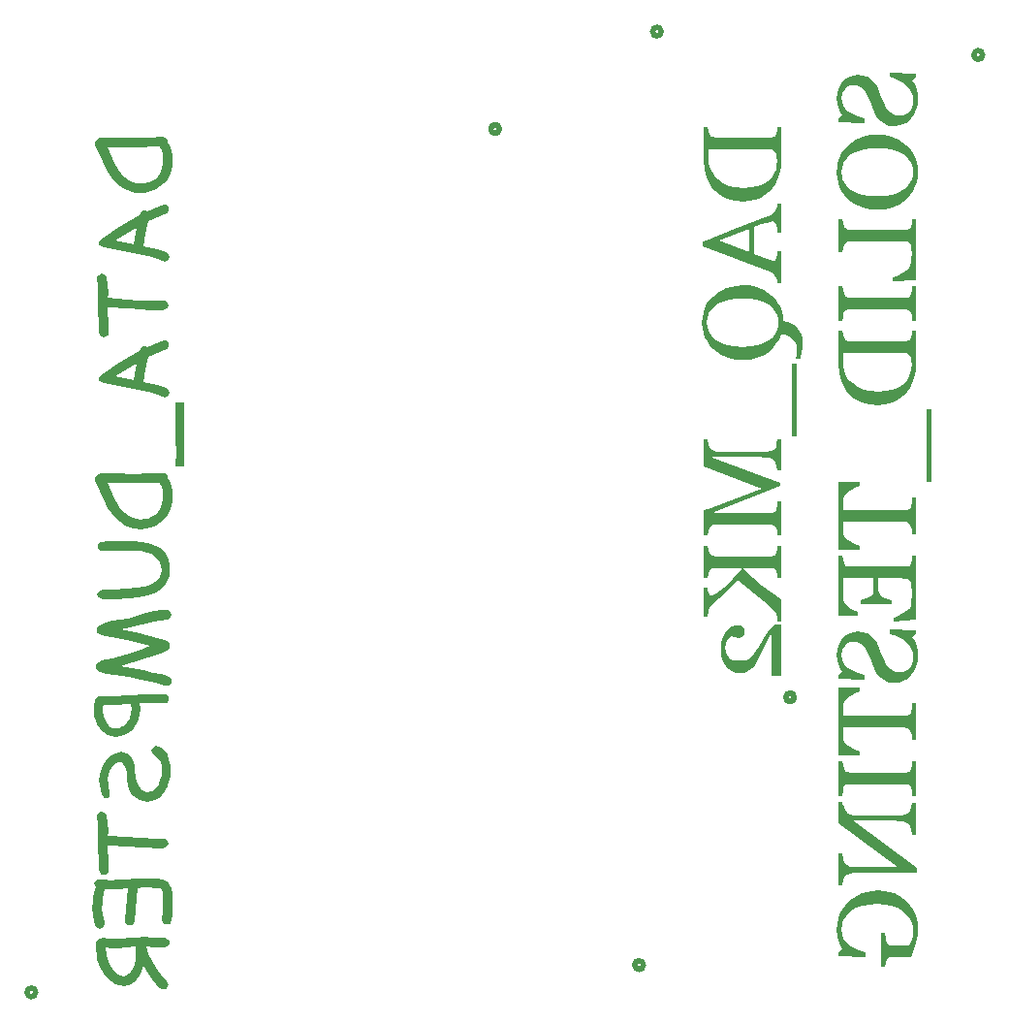
<source format=gbr>
%TF.GenerationSoftware,KiCad,Pcbnew,9.0.6*%
%TF.CreationDate,2025-12-01T19:54:23-06:00*%
%TF.ProjectId,DAQ,4441512e-6b69-4636-9164-5f7063625858,rev?*%
%TF.SameCoordinates,Original*%
%TF.FileFunction,Legend,Bot*%
%TF.FilePolarity,Positive*%
%FSLAX46Y46*%
G04 Gerber Fmt 4.6, Leading zero omitted, Abs format (unit mm)*
G04 Created by KiCad (PCBNEW 9.0.6) date 2025-12-01 19:54:23*
%MOMM*%
%LPD*%
G01*
G04 APERTURE LIST*
%ADD10C,0.500000*%
%ADD11C,0.508000*%
G04 APERTURE END LIST*
D10*
G36*
X95762001Y-111612024D02*
G01*
X95711557Y-112300808D01*
X95561111Y-112965251D01*
X95403277Y-113390213D01*
X95201202Y-113782816D01*
X94954167Y-114146227D01*
X94661188Y-114468744D01*
X94315664Y-114750417D01*
X93912105Y-114992528D01*
X93476847Y-115168857D01*
X92980083Y-115279137D01*
X92410561Y-115317799D01*
X91796589Y-115277433D01*
X91260383Y-115162307D01*
X90790193Y-114978423D01*
X90356530Y-114720734D01*
X89987160Y-114409242D01*
X89675896Y-114041080D01*
X89392835Y-113571545D01*
X89166833Y-113007994D01*
X89024955Y-112409157D01*
X88977911Y-111803083D01*
X88977911Y-111554749D01*
X89371997Y-111554749D01*
X89397873Y-111941764D01*
X89473256Y-112296304D01*
X89596395Y-112623311D01*
X89765938Y-112928988D01*
X89970763Y-113198022D01*
X90212315Y-113433709D01*
X90653534Y-113738610D01*
X91174021Y-113964571D01*
X91745676Y-114098948D01*
X92407997Y-114146227D01*
X93078265Y-114109968D01*
X93627868Y-114009878D01*
X94128679Y-113831444D01*
X94556235Y-113577324D01*
X94790869Y-113371719D01*
X94989376Y-113127665D01*
X95153347Y-112840871D01*
X95269679Y-112531025D01*
X95342445Y-112179501D01*
X95367915Y-111779147D01*
X95345409Y-111429957D01*
X95286486Y-111177859D01*
X95200791Y-110999951D01*
X95069105Y-110865495D01*
X94876284Y-110779023D01*
X94599405Y-110746488D01*
X89391231Y-110746488D01*
X89379263Y-111112364D01*
X89371997Y-111554749D01*
X88977911Y-111554749D01*
X88977911Y-108838463D01*
X89317287Y-108838463D01*
X89360457Y-109135096D01*
X89465603Y-109455237D01*
X89558601Y-109594549D01*
X89671194Y-109672797D01*
X89805972Y-109713646D01*
X89962698Y-109727935D01*
X94858424Y-109727935D01*
X95022209Y-109710875D01*
X95152492Y-109663393D01*
X95257962Y-109580762D01*
X95336713Y-109455237D01*
X95396552Y-109161169D01*
X95422625Y-108800422D01*
X95762001Y-108800422D01*
X95762001Y-111612024D01*
G37*
G36*
X95762001Y-118046052D02*
G01*
X95422625Y-118046052D01*
X95380359Y-117680453D01*
X95297390Y-117367301D01*
X95206768Y-117185151D01*
X95108410Y-117094150D01*
X94998619Y-117065967D01*
X94786617Y-117089903D01*
X94448951Y-117175815D01*
X93986477Y-117326696D01*
X93398340Y-117544255D01*
X93398340Y-119920738D01*
X94931086Y-120484939D01*
X95042217Y-120513577D01*
X95147791Y-120523407D01*
X95233611Y-120476849D01*
X95326454Y-120276783D01*
X95384202Y-120014214D01*
X95422625Y-119657872D01*
X95762001Y-119657872D01*
X95762001Y-122483578D01*
X95422625Y-122483578D01*
X95372616Y-122187373D01*
X95259776Y-121900571D01*
X95143989Y-121750815D01*
X95034523Y-121646680D01*
X94907775Y-121564119D01*
X94732761Y-121484259D01*
X88868490Y-119222753D01*
X88868490Y-118840208D01*
X89177545Y-118720529D01*
X90344389Y-118720529D01*
X92971770Y-119748486D01*
X92971770Y-117711378D01*
X90344389Y-118720529D01*
X89177545Y-118720529D01*
X91709584Y-117740016D01*
X94584017Y-116611614D01*
X94817071Y-116504266D01*
X94974684Y-116406023D01*
X95108344Y-116284533D01*
X95245244Y-116109817D01*
X95311949Y-115979379D01*
X95367915Y-115803353D01*
X95422625Y-115492615D01*
X95762001Y-115492615D01*
X95762001Y-118046052D01*
G37*
G36*
X92882042Y-122670424D02*
G01*
X93345864Y-122749217D01*
X93777894Y-122877664D01*
X94190826Y-123057101D01*
X94560753Y-123275439D01*
X94891763Y-123532907D01*
X95181862Y-123827970D01*
X95427920Y-124159917D01*
X95631636Y-124532226D01*
X95783520Y-124928792D01*
X95881954Y-125349794D01*
X95926132Y-125799541D01*
X96357207Y-125880243D01*
X96692077Y-126012399D01*
X96979864Y-126200648D01*
X97207124Y-126425719D01*
X97382791Y-126688991D01*
X97502475Y-126980517D01*
X97571702Y-127290079D01*
X97594799Y-127607122D01*
X97574825Y-128149451D01*
X97525129Y-128503432D01*
X97393909Y-129041560D01*
X97016493Y-129041560D01*
X97066502Y-128702184D01*
X97093002Y-128104217D01*
X97050655Y-127837463D01*
X96919071Y-127575914D01*
X96680109Y-127310489D01*
X96388730Y-127102415D01*
X96080913Y-126978480D01*
X95748750Y-126932645D01*
X95537785Y-127408562D01*
X95264905Y-127831520D01*
X94932096Y-128205894D01*
X94546831Y-128525230D01*
X94091463Y-128794335D01*
X93569738Y-128998390D01*
X93008150Y-129122846D01*
X92381924Y-129165941D01*
X91850062Y-129136529D01*
X91362666Y-129051088D01*
X90914146Y-128912478D01*
X90487113Y-128718338D01*
X90111119Y-128484019D01*
X89781043Y-128209363D01*
X89498278Y-127902082D01*
X89261012Y-127558913D01*
X89067670Y-127176277D01*
X88927142Y-126771336D01*
X88842415Y-126348800D01*
X88813780Y-125904688D01*
X89240350Y-125904688D01*
X89266692Y-126239643D01*
X89343047Y-126540426D01*
X89467740Y-126812966D01*
X89637616Y-127061076D01*
X89847527Y-127280428D01*
X90101184Y-127472910D01*
X90542528Y-127699149D01*
X91095802Y-127872125D01*
X91695111Y-127973037D01*
X92377222Y-128008474D01*
X93038626Y-127976531D01*
X93606069Y-127886658D01*
X94132935Y-127725980D01*
X94590856Y-127496846D01*
X94859270Y-127305455D01*
X95081137Y-127083064D01*
X95260631Y-126827498D01*
X95392357Y-126545036D01*
X95472236Y-126239248D01*
X95499562Y-125904688D01*
X95471554Y-125547888D01*
X95391540Y-125238140D01*
X95262768Y-124967345D01*
X95086507Y-124723272D01*
X94868781Y-124507097D01*
X94605388Y-124317232D01*
X94150876Y-124087895D01*
X93620601Y-123924855D01*
X93047793Y-123833135D01*
X92377222Y-123800475D01*
X91764205Y-123830303D01*
X91191118Y-123917589D01*
X90651946Y-124069436D01*
X90206331Y-124274062D01*
X89929941Y-124461729D01*
X89696998Y-124679440D01*
X89503644Y-124928877D01*
X89360526Y-125207680D01*
X89271573Y-125529764D01*
X89240350Y-125904688D01*
X88813780Y-125904688D01*
X88841616Y-125475995D01*
X88924516Y-125061860D01*
X89062969Y-124658744D01*
X89253367Y-124278153D01*
X89491942Y-123930952D01*
X89781043Y-123614117D01*
X90113673Y-123335238D01*
X90486715Y-123097935D01*
X90904316Y-122901600D01*
X91344015Y-122761320D01*
X91834066Y-122673864D01*
X92381924Y-122643435D01*
X92882042Y-122670424D01*
G37*
G36*
X97113518Y-135872666D02*
G01*
X97113518Y-129527115D01*
X96637367Y-129527115D01*
X96637367Y-135872666D01*
X97113518Y-135872666D01*
G37*
G36*
X95762001Y-144485707D02*
G01*
X95762001Y-141487321D01*
X95422625Y-141487321D01*
X95389286Y-141905770D01*
X95350067Y-142140689D01*
X95308075Y-142257113D01*
X95207663Y-142389076D01*
X95100774Y-142474672D01*
X94973599Y-142525741D01*
X94806706Y-142544342D01*
X89880633Y-142544342D01*
X89880633Y-142472535D01*
X95652580Y-140158029D01*
X95652580Y-139919098D01*
X89743857Y-137714440D01*
X89743857Y-137652464D01*
X93799265Y-137652464D01*
X94352991Y-137674026D01*
X94694720Y-137726408D01*
X94970723Y-137827085D01*
X95135395Y-137953798D01*
X95222675Y-138091359D01*
X95326882Y-138388917D01*
X95422625Y-138818906D01*
X95762001Y-138818906D01*
X95762001Y-136079112D01*
X95422625Y-136079112D01*
X95350818Y-136530900D01*
X95281178Y-136749728D01*
X95193098Y-136896776D01*
X95030877Y-137033703D01*
X94781915Y-137126303D01*
X94457985Y-137169737D01*
X93854403Y-137188707D01*
X90383285Y-137188707D01*
X90097287Y-137168866D01*
X89891318Y-137116900D01*
X89715270Y-137027930D01*
X89580153Y-136911309D01*
X89469402Y-136749163D01*
X89389094Y-136547570D01*
X89317287Y-136122282D01*
X88977911Y-136122282D01*
X88977911Y-138436361D01*
X94064696Y-140378153D01*
X89809680Y-142037416D01*
X89319851Y-142192572D01*
X88977911Y-142261815D01*
X88977911Y-144475876D01*
X89317287Y-144475876D01*
X89360457Y-144133936D01*
X89431837Y-143830464D01*
X89510675Y-143691814D01*
X89623323Y-143610340D01*
X89761658Y-143567667D01*
X89914827Y-143553065D01*
X94805851Y-143553065D01*
X94964996Y-143568388D01*
X95087951Y-143610340D01*
X95190701Y-143689095D01*
X95288841Y-143830464D01*
X95377318Y-144136501D01*
X95422625Y-144485707D01*
X95762001Y-144485707D01*
G37*
G36*
X95762001Y-151984878D02*
G01*
X95762001Y-150081555D01*
X94922386Y-149505540D01*
X94076236Y-148859547D01*
X93251918Y-148172165D01*
X92452021Y-147451609D01*
X92452021Y-147327228D01*
X94807561Y-147327228D01*
X94958842Y-147342687D01*
X95088806Y-147387068D01*
X95197766Y-147468013D01*
X95289268Y-147604627D01*
X95370479Y-147888864D01*
X95422625Y-148235934D01*
X95762001Y-148235934D01*
X95762001Y-145419203D01*
X95422625Y-145419203D01*
X95393988Y-145739344D01*
X95336713Y-146035977D01*
X95257962Y-146161502D01*
X95152492Y-146244133D01*
X95022209Y-146291615D01*
X94858424Y-146308674D01*
X89962698Y-146308674D01*
X89807241Y-146294151D01*
X89680598Y-146253536D01*
X89575736Y-146176190D01*
X89484410Y-146035977D01*
X89374562Y-145729941D01*
X89317287Y-145419203D01*
X88977911Y-145419203D01*
X88977911Y-148235934D01*
X89317287Y-148235934D01*
X89360457Y-147900832D01*
X89432264Y-147604627D01*
X89510892Y-147465760D01*
X89623750Y-147384503D01*
X89762141Y-147341840D01*
X89915682Y-147327228D01*
X92260535Y-147327228D01*
X92260535Y-147422971D01*
X91502283Y-148269273D01*
X91102769Y-148671033D01*
X90714539Y-149024960D01*
X90018691Y-149576766D01*
X89758986Y-149712897D01*
X89556645Y-149751583D01*
X89494157Y-149731442D01*
X89439530Y-149663106D01*
X89365158Y-149460079D01*
X89329255Y-149220721D01*
X89317287Y-149048468D01*
X88977911Y-149048468D01*
X88977911Y-151592502D01*
X89317287Y-151592502D01*
X89322416Y-151530525D01*
X89331819Y-151420250D01*
X89351053Y-151286466D01*
X89384392Y-151114213D01*
X89506636Y-150767572D01*
X89602572Y-150601682D01*
X89714792Y-150473503D01*
X90873114Y-149445546D01*
X91452527Y-148904802D01*
X91963902Y-148383823D01*
X93377824Y-149586596D01*
X94643857Y-150597884D01*
X94882956Y-150810154D01*
X95057177Y-151009067D01*
X95288841Y-151362975D01*
X95384584Y-151673713D01*
X95422625Y-151984878D01*
X95762001Y-151984878D01*
G37*
G36*
X95762001Y-156742546D02*
G01*
X95762001Y-152262277D01*
X95106331Y-152262277D01*
X94772939Y-152620886D01*
X94372014Y-153165853D01*
X94089059Y-153624908D01*
X93752676Y-154232279D01*
X93397913Y-154813149D01*
X93228321Y-155005337D01*
X93018360Y-155183727D01*
X92856465Y-155280496D01*
X92646500Y-155360681D01*
X92399491Y-155408403D01*
X92010491Y-155427786D01*
X91624032Y-155387182D01*
X91338904Y-155277571D01*
X91129996Y-155107218D01*
X90976913Y-154879467D01*
X90882475Y-154609138D01*
X90849178Y-154284852D01*
X90879613Y-153981504D01*
X90970139Y-153696715D01*
X91117944Y-153449532D01*
X91304813Y-153280831D01*
X91665559Y-153364178D01*
X92073750Y-153414615D01*
X92241300Y-153378190D01*
X92394319Y-153263734D01*
X92495666Y-153087514D01*
X92534087Y-152816647D01*
X92491571Y-152601890D01*
X92369956Y-152448634D01*
X92185754Y-152354199D01*
X91929708Y-152319552D01*
X91676844Y-152354096D01*
X91413806Y-152462739D01*
X91169109Y-152633507D01*
X90935518Y-152874349D01*
X90745824Y-153160588D01*
X90588449Y-153524463D01*
X90489197Y-153922535D01*
X90455092Y-154361361D01*
X90486263Y-154854796D01*
X90573718Y-155270804D01*
X90710821Y-155621679D01*
X90894485Y-155917615D01*
X91135236Y-156172262D01*
X91406196Y-156349578D01*
X91713535Y-156457008D01*
X92067339Y-156494212D01*
X92407603Y-156467584D01*
X92705912Y-156391202D01*
X92975582Y-156257743D01*
X93214548Y-156059093D01*
X93439620Y-155787015D01*
X93634279Y-155465827D01*
X94121543Y-154428467D01*
X94512637Y-153653545D01*
X94721895Y-153314822D01*
X94908433Y-153065408D01*
X94908433Y-156742546D01*
X95762001Y-156742546D01*
G37*
G36*
X104422315Y-108322989D02*
G01*
X104675795Y-108511051D01*
X104948047Y-108640565D01*
X105247542Y-108716338D01*
X105612693Y-108743575D01*
X106050207Y-108700780D01*
X106437601Y-108576611D01*
X106785383Y-108371654D01*
X107100559Y-108078929D01*
X107354100Y-107731074D01*
X107535748Y-107345400D01*
X107647429Y-106914691D01*
X107686132Y-106429496D01*
X107651259Y-105977665D01*
X107545081Y-105520790D01*
X107384442Y-105086963D01*
X107203141Y-104736466D01*
X107522001Y-104530874D01*
X107522001Y-104148329D01*
X105224164Y-104081651D01*
X105224164Y-104468898D01*
X105640374Y-104601483D01*
X105999085Y-104748434D01*
X106331304Y-104933175D01*
X106644497Y-105171584D01*
X106897480Y-105441529D01*
X107092866Y-105752455D01*
X107216123Y-106103735D01*
X107259562Y-106524812D01*
X107236654Y-106842516D01*
X107173222Y-107100981D01*
X107066204Y-107328453D01*
X106928307Y-107500623D01*
X106756886Y-107633495D01*
X106556447Y-107727586D01*
X106333065Y-107782373D01*
X106064481Y-107801958D01*
X105799326Y-107776565D01*
X105547331Y-107700780D01*
X105304092Y-107572430D01*
X105091996Y-107398854D01*
X104913764Y-107173738D01*
X104768529Y-106888550D01*
X104492840Y-106176033D01*
X104206892Y-105482750D01*
X104009618Y-105118035D01*
X103783360Y-104823770D01*
X103528141Y-104590714D01*
X103232573Y-104419580D01*
X102872326Y-104311427D01*
X102431369Y-104272710D01*
X102053589Y-104312592D01*
X101706456Y-104430429D01*
X101390560Y-104620339D01*
X101106352Y-104880080D01*
X100885946Y-105179379D01*
X100715685Y-105534896D01*
X100609425Y-105920246D01*
X100573780Y-106324349D01*
X100611175Y-106776952D01*
X100717395Y-107163385D01*
X100874652Y-107521855D01*
X101052069Y-107839998D01*
X100737911Y-108036187D01*
X100737911Y-108418732D01*
X102981037Y-108456773D01*
X102981037Y-108069526D01*
X102243302Y-107832732D01*
X101905195Y-107680426D01*
X101605156Y-107490792D01*
X101356626Y-107261972D01*
X101164909Y-106988568D01*
X101044033Y-106669841D01*
X101000350Y-106261945D01*
X101033720Y-105970413D01*
X101130824Y-105714954D01*
X101293136Y-105487024D01*
X101505211Y-105307589D01*
X101740625Y-105202582D01*
X102008218Y-105166883D01*
X102296241Y-105191595D01*
X102537337Y-105261292D01*
X102740397Y-105372474D01*
X102998801Y-105617215D01*
X103217831Y-105970442D01*
X103508052Y-106656459D01*
X103769637Y-107309137D01*
X104053019Y-107861370D01*
X104225976Y-108111436D01*
X104422315Y-108322989D01*
G37*
G36*
X104636445Y-109534115D02*
G01*
X105107874Y-109616585D01*
X105555418Y-109752298D01*
X105982771Y-109940916D01*
X106356332Y-110166556D01*
X106681683Y-110428912D01*
X106973605Y-110733898D01*
X107219366Y-111076187D01*
X107420701Y-111459433D01*
X107566889Y-111866907D01*
X107655814Y-112301219D01*
X107686132Y-112767354D01*
X107658053Y-113205318D01*
X107575013Y-113621606D01*
X107437370Y-114020136D01*
X107247898Y-114396768D01*
X107012644Y-114740149D01*
X106729555Y-115053222D01*
X106402532Y-115333834D01*
X106029527Y-115572784D01*
X105605427Y-115770442D01*
X105158618Y-115911515D01*
X104671197Y-115998588D01*
X104137222Y-116028606D01*
X103606223Y-115999205D01*
X103119387Y-115913774D01*
X102671154Y-115775143D01*
X102244710Y-115581009D01*
X101869285Y-115346693D01*
X101539760Y-115072029D01*
X101257289Y-114764760D01*
X101020306Y-114421593D01*
X100827243Y-114038943D01*
X100686957Y-113634021D01*
X100602369Y-113211482D01*
X100573780Y-112767354D01*
X101000350Y-112767354D01*
X101026692Y-113102309D01*
X101103047Y-113403092D01*
X101227740Y-113675632D01*
X101397616Y-113923742D01*
X101607527Y-114143094D01*
X101861184Y-114335576D01*
X102302528Y-114561815D01*
X102855802Y-114734791D01*
X103455111Y-114835703D01*
X104137222Y-114871139D01*
X104798626Y-114839197D01*
X105366069Y-114749323D01*
X105892935Y-114588646D01*
X106350856Y-114359512D01*
X106619270Y-114168121D01*
X106841137Y-113945730D01*
X107020631Y-113690164D01*
X107152357Y-113407702D01*
X107232236Y-113101914D01*
X107259562Y-112767354D01*
X107231554Y-112410554D01*
X107151540Y-112100806D01*
X107022768Y-111830011D01*
X106846507Y-111585938D01*
X106628781Y-111369763D01*
X106365388Y-111179897D01*
X105910876Y-110950561D01*
X105380601Y-110787521D01*
X104807793Y-110695801D01*
X104137222Y-110663140D01*
X103524205Y-110692969D01*
X102951118Y-110780255D01*
X102411946Y-110932102D01*
X101966331Y-111136727D01*
X101689941Y-111324395D01*
X101456998Y-111542105D01*
X101263644Y-111791542D01*
X101120526Y-112070345D01*
X101031573Y-112392430D01*
X101000350Y-112767354D01*
X100573780Y-112767354D01*
X100601570Y-112338646D01*
X100684331Y-111924507D01*
X100822541Y-111521410D01*
X101012876Y-111140766D01*
X101251178Y-110793565D01*
X101539760Y-110476783D01*
X101871852Y-110197918D01*
X102244461Y-109960615D01*
X102661751Y-109764266D01*
X103100887Y-109623977D01*
X103590230Y-109536526D01*
X104137222Y-109506101D01*
X104636445Y-109534115D01*
G37*
G36*
X105497716Y-122328851D02*
G01*
X107522001Y-122185236D01*
X107522001Y-116882174D01*
X107182625Y-116882174D01*
X107149286Y-117214711D01*
X107086882Y-117518182D01*
X107008937Y-117643911D01*
X106905654Y-117726338D01*
X106775472Y-117773390D01*
X106599190Y-117790879D01*
X101741932Y-117790879D01*
X101585525Y-117776456D01*
X101455130Y-117735742D01*
X101346406Y-117657937D01*
X101254241Y-117518182D01*
X101141828Y-117209581D01*
X101077287Y-116882174D01*
X100737911Y-116882174D01*
X100737911Y-119746776D01*
X101077287Y-119746776D01*
X101125158Y-119399707D01*
X101201240Y-119091534D01*
X101280440Y-118952806D01*
X101396573Y-118869273D01*
X101538644Y-118824555D01*
X101691924Y-118809433D01*
X106232032Y-118809433D01*
X106720579Y-118840208D01*
X106877774Y-118893940D01*
X106989856Y-118986387D01*
X107057180Y-119113430D01*
X107101842Y-119313795D01*
X107127915Y-119923730D01*
X107118511Y-120291743D01*
X107080470Y-120655054D01*
X107002679Y-120963655D01*
X106942920Y-121091479D01*
X106876589Y-121171811D01*
X106625773Y-121367549D01*
X106215790Y-121628301D01*
X105789256Y-121861636D01*
X105497716Y-121989475D01*
X105497716Y-122328851D01*
G37*
G36*
X107522001Y-125755944D02*
G01*
X107522001Y-122700283D01*
X107182625Y-122700283D01*
X107153988Y-123072997D01*
X107096713Y-123417502D01*
X107020095Y-123557748D01*
X106927025Y-123647029D01*
X106805999Y-123698993D01*
X106627827Y-123718837D01*
X101713295Y-123718837D01*
X101554112Y-123704652D01*
X101433332Y-123666263D01*
X101336661Y-123586454D01*
X101244410Y-123417502D01*
X101137126Y-123056328D01*
X101077287Y-122700283D01*
X100737911Y-122700283D01*
X100737911Y-125755944D01*
X101077287Y-125755944D01*
X101113190Y-125402036D01*
X101191837Y-125043427D01*
X101270921Y-124887037D01*
X101378621Y-124799367D01*
X101513159Y-124753255D01*
X101665423Y-124737390D01*
X106575254Y-124737390D01*
X106726422Y-124755226D01*
X106855218Y-124806633D01*
X106961234Y-124896466D01*
X107048841Y-125043427D01*
X107132616Y-125370834D01*
X107182625Y-125755944D01*
X107522001Y-125755944D01*
G37*
G36*
X107522001Y-129399742D02*
G01*
X107471557Y-130088526D01*
X107321111Y-130752969D01*
X107163277Y-131177931D01*
X106961202Y-131570534D01*
X106714167Y-131933945D01*
X106421188Y-132256462D01*
X106075664Y-132538135D01*
X105672105Y-132780246D01*
X105236847Y-132956575D01*
X104740083Y-133066855D01*
X104170561Y-133105517D01*
X103556589Y-133065151D01*
X103020383Y-132950025D01*
X102550193Y-132766141D01*
X102116530Y-132508452D01*
X101747160Y-132196961D01*
X101435896Y-131828798D01*
X101152835Y-131359263D01*
X100926833Y-130795712D01*
X100784955Y-130196875D01*
X100737911Y-129590801D01*
X100737911Y-129342467D01*
X101131997Y-129342467D01*
X101157873Y-129729482D01*
X101233256Y-130084022D01*
X101356395Y-130411030D01*
X101525938Y-130716706D01*
X101730763Y-130985740D01*
X101972315Y-131221427D01*
X102413534Y-131526328D01*
X102934021Y-131752289D01*
X103505676Y-131886666D01*
X104167997Y-131933945D01*
X104838265Y-131897686D01*
X105387868Y-131797596D01*
X105888679Y-131619162D01*
X106316235Y-131365042D01*
X106550869Y-131159437D01*
X106749376Y-130915383D01*
X106913347Y-130628589D01*
X107029679Y-130318743D01*
X107102445Y-129967219D01*
X107127915Y-129566865D01*
X107105409Y-129217675D01*
X107046486Y-128965577D01*
X106960791Y-128787669D01*
X106829105Y-128653213D01*
X106636284Y-128566741D01*
X106359405Y-128534206D01*
X101151231Y-128534206D01*
X101139263Y-128900082D01*
X101131997Y-129342467D01*
X100737911Y-129342467D01*
X100737911Y-126626181D01*
X101077287Y-126626181D01*
X101120457Y-126922814D01*
X101225603Y-127242956D01*
X101318601Y-127382267D01*
X101431194Y-127460515D01*
X101565972Y-127501364D01*
X101722698Y-127515653D01*
X106618424Y-127515653D01*
X106782209Y-127498593D01*
X106912492Y-127451112D01*
X107017962Y-127368480D01*
X107096713Y-127242956D01*
X107156552Y-126948887D01*
X107182625Y-126588140D01*
X107522001Y-126588140D01*
X107522001Y-129399742D01*
G37*
G36*
X108873518Y-139798137D02*
G01*
X108873518Y-133452586D01*
X108397367Y-133452586D01*
X108397367Y-139798137D01*
X108873518Y-139798137D01*
G37*
G36*
X102598065Y-145757296D02*
G01*
X102598065Y-145427324D01*
X102189874Y-145271741D01*
X101743215Y-145020843D01*
X101534807Y-144868672D01*
X101358960Y-144707540D01*
X101224436Y-144532369D01*
X101170038Y-144380133D01*
X101141828Y-144006991D01*
X101131997Y-143591106D01*
X101131997Y-143313707D01*
X106539350Y-143313707D01*
X106691299Y-143330650D01*
X106827862Y-143380386D01*
X106941004Y-143469388D01*
X107030034Y-143615042D01*
X107120648Y-143975789D01*
X107182625Y-144404069D01*
X107522001Y-144404069D01*
X107522001Y-141200091D01*
X107182625Y-141200091D01*
X107144584Y-141608709D01*
X107073204Y-141989117D01*
X106995214Y-142128897D01*
X106894541Y-142220782D01*
X106765153Y-142274855D01*
X106582520Y-142295154D01*
X101131997Y-142295154D01*
X101131997Y-142017755D01*
X101139263Y-141649315D01*
X101170038Y-141228728D01*
X101221857Y-141076916D01*
X101358960Y-140901321D01*
X101743215Y-140588018D01*
X102199277Y-140334555D01*
X102598065Y-140181537D01*
X102598065Y-139846863D01*
X100737911Y-139846863D01*
X100737911Y-145757296D01*
X102598065Y-145757296D01*
G37*
G36*
X105525071Y-152007532D02*
G01*
X107522001Y-151878449D01*
X107522001Y-146245415D01*
X107182625Y-146245415D01*
X107142020Y-146627961D01*
X107077479Y-146938699D01*
X106991745Y-147072081D01*
X106891121Y-147151556D01*
X106766506Y-147195206D01*
X106599190Y-147211396D01*
X101722698Y-147211396D01*
X101570933Y-147197677D01*
X101443162Y-147158823D01*
X101336615Y-147082150D01*
X101244410Y-146938699D01*
X101134562Y-146592057D01*
X101077287Y-146245415D01*
X100737911Y-146245415D01*
X100737911Y-151495904D01*
X102379223Y-151495904D01*
X102379223Y-151137294D01*
X102023795Y-150994606D01*
X101613705Y-150723547D01*
X101363927Y-150492567D01*
X101226165Y-150294069D01*
X101170038Y-150118741D01*
X101141400Y-149764833D01*
X101131997Y-149296375D01*
X101131997Y-148229950D01*
X103801693Y-148229950D01*
X103801693Y-148995040D01*
X103781314Y-149337727D01*
X103733305Y-149532741D01*
X103643578Y-149690451D01*
X103504633Y-149831938D01*
X103352801Y-149925368D01*
X103139185Y-150011030D01*
X102707485Y-150109337D01*
X102707485Y-150467947D01*
X105360940Y-150467947D01*
X105360940Y-150109337D01*
X105127961Y-150074969D01*
X104872393Y-150006328D01*
X104635394Y-149913785D01*
X104499251Y-149831938D01*
X104340790Y-149669341D01*
X104253482Y-149494700D01*
X104211987Y-149290201D01*
X104195779Y-148995040D01*
X104195779Y-148229950D01*
X106233314Y-148229950D01*
X106523615Y-148242131D01*
X106716732Y-148272692D01*
X106874980Y-148337983D01*
X106984300Y-148440243D01*
X107056573Y-148579811D01*
X107101842Y-148779618D01*
X107127915Y-149392118D01*
X107127915Y-149808003D01*
X107108681Y-150243121D01*
X107039865Y-150618400D01*
X106975739Y-150793411D01*
X106903517Y-150893235D01*
X106638411Y-151103476D01*
X106209806Y-151354854D01*
X105771761Y-151567969D01*
X105525071Y-151663454D01*
X105525071Y-152007532D01*
G37*
G36*
X104422315Y-156926338D02*
G01*
X104675795Y-157114401D01*
X104948047Y-157243915D01*
X105247542Y-157319687D01*
X105612693Y-157346924D01*
X106050207Y-157304130D01*
X106437601Y-157179960D01*
X106785383Y-156975004D01*
X107100559Y-156682279D01*
X107354100Y-156334424D01*
X107535748Y-155948749D01*
X107647429Y-155518041D01*
X107686132Y-155032846D01*
X107651259Y-154581015D01*
X107545081Y-154124140D01*
X107384442Y-153690313D01*
X107203141Y-153339815D01*
X107522001Y-153134224D01*
X107522001Y-152751678D01*
X105224164Y-152685000D01*
X105224164Y-153072247D01*
X105640374Y-153204832D01*
X105999085Y-153351783D01*
X106331304Y-153536525D01*
X106644497Y-153774934D01*
X106897480Y-154044879D01*
X107092866Y-154355804D01*
X107216123Y-154707084D01*
X107259562Y-155128161D01*
X107236654Y-155445866D01*
X107173222Y-155704330D01*
X107066204Y-155931803D01*
X106928307Y-156103973D01*
X106756886Y-156236845D01*
X106556447Y-156330935D01*
X106333065Y-156385722D01*
X106064481Y-156405307D01*
X105799326Y-156379914D01*
X105547331Y-156304130D01*
X105304092Y-156175780D01*
X105091996Y-156002203D01*
X104913764Y-155777087D01*
X104768529Y-155491900D01*
X104492840Y-154779383D01*
X104206892Y-154086099D01*
X104009618Y-153721384D01*
X103783360Y-153427120D01*
X103528141Y-153194063D01*
X103232573Y-153022930D01*
X102872326Y-152914777D01*
X102431369Y-152876059D01*
X102053589Y-152915942D01*
X101706456Y-153033779D01*
X101390560Y-153223688D01*
X101106352Y-153483430D01*
X100885946Y-153782729D01*
X100715685Y-154138245D01*
X100609425Y-154523595D01*
X100573780Y-154927699D01*
X100611175Y-155380301D01*
X100717395Y-155766734D01*
X100874652Y-156125205D01*
X101052069Y-156443348D01*
X100737911Y-156639536D01*
X100737911Y-157022081D01*
X102981037Y-157060122D01*
X102981037Y-156672875D01*
X102243302Y-156436082D01*
X101905195Y-156283776D01*
X101605156Y-156094142D01*
X101356626Y-155865322D01*
X101164909Y-155591918D01*
X101044033Y-155273191D01*
X101000350Y-154865295D01*
X101033720Y-154573763D01*
X101130824Y-154318303D01*
X101293136Y-154090374D01*
X101505211Y-153910939D01*
X101740625Y-153805931D01*
X102008218Y-153770232D01*
X102296241Y-153794945D01*
X102537337Y-153864642D01*
X102740397Y-153975824D01*
X102998801Y-154220565D01*
X103217831Y-154573791D01*
X103508052Y-155259808D01*
X103769637Y-155912486D01*
X104053019Y-156464719D01*
X104225976Y-156714786D01*
X104422315Y-156926338D01*
G37*
G36*
X102598065Y-163709145D02*
G01*
X102598065Y-163379173D01*
X102189874Y-163223591D01*
X101743215Y-162972692D01*
X101534807Y-162820521D01*
X101358960Y-162659390D01*
X101224436Y-162484218D01*
X101170038Y-162331982D01*
X101141828Y-161958840D01*
X101131997Y-161542956D01*
X101131997Y-161265557D01*
X106539350Y-161265557D01*
X106691299Y-161282499D01*
X106827862Y-161332235D01*
X106941004Y-161421237D01*
X107030034Y-161566891D01*
X107120648Y-161927638D01*
X107182625Y-162355918D01*
X107522001Y-162355918D01*
X107522001Y-159151940D01*
X107182625Y-159151940D01*
X107144584Y-159560558D01*
X107073204Y-159940967D01*
X106995214Y-160080746D01*
X106894541Y-160172631D01*
X106765153Y-160226704D01*
X106582520Y-160247003D01*
X101131997Y-160247003D01*
X101131997Y-159969604D01*
X101139263Y-159601164D01*
X101170038Y-159180578D01*
X101221857Y-159028765D01*
X101358960Y-158853170D01*
X101743215Y-158539868D01*
X102199277Y-158286405D01*
X102598065Y-158133386D01*
X102598065Y-157798713D01*
X100737911Y-157798713D01*
X100737911Y-163709145D01*
X102598065Y-163709145D01*
G37*
G36*
X107522001Y-167219587D02*
G01*
X107522001Y-164163926D01*
X107182625Y-164163926D01*
X107153988Y-164536640D01*
X107096713Y-164881145D01*
X107020095Y-165021391D01*
X106927025Y-165110672D01*
X106805999Y-165162636D01*
X106627827Y-165182479D01*
X101713295Y-165182479D01*
X101554112Y-165168295D01*
X101433332Y-165129906D01*
X101336661Y-165050096D01*
X101244410Y-164881145D01*
X101137126Y-164519971D01*
X101077287Y-164163926D01*
X100737911Y-164163926D01*
X100737911Y-167219587D01*
X101077287Y-167219587D01*
X101113190Y-166865679D01*
X101191837Y-166507069D01*
X101270921Y-166350679D01*
X101378621Y-166263010D01*
X101513159Y-166216898D01*
X101665423Y-166201033D01*
X106575254Y-166201033D01*
X106726422Y-166218868D01*
X106855218Y-166270276D01*
X106961234Y-166360108D01*
X107048841Y-166507069D01*
X107132616Y-166834477D01*
X107182625Y-167219587D01*
X107522001Y-167219587D01*
G37*
G36*
X101077287Y-175032915D02*
G01*
X101153796Y-174621733D01*
X101233214Y-174366108D01*
X101301685Y-174225082D01*
X101460800Y-174088812D01*
X101759884Y-173992990D01*
X102120930Y-173949758D01*
X102618581Y-173933151D01*
X107576711Y-173933151D01*
X107576711Y-173517266D01*
X102031727Y-169405011D01*
X105535757Y-169405011D01*
X106090670Y-169426433D01*
X106440615Y-169478955D01*
X106724813Y-169580096D01*
X106890694Y-169706345D01*
X106981271Y-169850040D01*
X107086882Y-170160271D01*
X107182625Y-170614623D01*
X107522001Y-170614623D01*
X107522001Y-167831659D01*
X107182625Y-167831659D01*
X107089446Y-168266778D01*
X106999154Y-168541897D01*
X106938993Y-168649323D01*
X106776777Y-168786411D01*
X106529947Y-168878851D01*
X106206480Y-168922161D01*
X105590467Y-168941255D01*
X102248431Y-168941255D01*
X102030258Y-168922392D01*
X101809038Y-168864745D01*
X101607973Y-168771280D01*
X101469235Y-168658727D01*
X101328130Y-168465384D01*
X101199103Y-168192833D01*
X101108175Y-167909826D01*
X101077287Y-167717109D01*
X100737911Y-167717109D01*
X100737911Y-169653345D01*
X105901632Y-173469395D01*
X102680558Y-173469395D01*
X102123247Y-173447229D01*
X101771852Y-173392886D01*
X101490462Y-173290492D01*
X101349129Y-173172762D01*
X101267398Y-173015213D01*
X101172602Y-172735079D01*
X101077287Y-172273887D01*
X100737911Y-172273887D01*
X100737911Y-175032915D01*
X101077287Y-175032915D01*
G37*
G36*
X104797594Y-182152106D02*
G01*
X104843328Y-181843505D01*
X104932233Y-181530203D01*
X105020810Y-181406593D01*
X105136969Y-181327176D01*
X105276916Y-181283075D01*
X105447707Y-181267336D01*
X105977287Y-181267336D01*
X106756910Y-181274602D01*
X107089019Y-181291272D01*
X107346153Y-180650818D01*
X107531831Y-180023957D01*
X107648182Y-179393917D01*
X107686132Y-178785707D01*
X107658892Y-178356755D01*
X107577610Y-177940124D01*
X107441645Y-177532497D01*
X107254724Y-177146214D01*
X107023431Y-176796702D01*
X106746224Y-176480604D01*
X106425344Y-176202205D01*
X106057745Y-175961625D01*
X105638339Y-175758683D01*
X105196111Y-175612497D01*
X104712247Y-175522254D01*
X104180392Y-175491115D01*
X103667237Y-175520404D01*
X103188349Y-175606205D01*
X102739115Y-175746715D01*
X102311940Y-175943075D01*
X101928939Y-176184272D01*
X101585922Y-176471200D01*
X101290727Y-176792213D01*
X101042618Y-177151941D01*
X100840066Y-177554295D01*
X100692903Y-177980425D01*
X100603926Y-178427630D01*
X100573780Y-178900257D01*
X100610786Y-179453193D01*
X100712693Y-179899576D01*
X100869130Y-180308066D01*
X101047367Y-180650562D01*
X100737911Y-180846750D01*
X100737911Y-181229295D01*
X103090458Y-181272038D01*
X103090458Y-180880089D01*
X102327077Y-180631328D01*
X101967854Y-180460031D01*
X101653028Y-180248782D01*
X101385404Y-179988991D01*
X101177731Y-179677315D01*
X101047062Y-179318071D01*
X101000350Y-178871619D01*
X101024525Y-178535662D01*
X101094552Y-178232965D01*
X101208506Y-177958212D01*
X101366494Y-177706419D01*
X101571116Y-177474254D01*
X101827417Y-177260227D01*
X102259636Y-177008374D01*
X102817334Y-176810576D01*
X103430014Y-176694081D01*
X104141924Y-176652856D01*
X104775251Y-176692466D01*
X105358803Y-176808011D01*
X105900449Y-177003031D01*
X106346154Y-177260227D01*
X106611149Y-177475712D01*
X106833410Y-177721948D01*
X107015929Y-178001382D01*
X107149624Y-178306344D01*
X107231407Y-178640721D01*
X107259562Y-179010532D01*
X107226044Y-179418678D01*
X107129624Y-179777760D01*
X106984796Y-180092796D01*
X106854790Y-180268017D01*
X106349146Y-180308622D01*
X105915310Y-180311187D01*
X105539603Y-180311187D01*
X105343992Y-180296693D01*
X105180566Y-180256049D01*
X105046929Y-180173463D01*
X104951894Y-180029086D01*
X104891992Y-179855588D01*
X104843756Y-179600806D01*
X104797594Y-179177655D01*
X104458218Y-179177655D01*
X104458218Y-182152106D01*
X104797594Y-182152106D01*
G37*
G36*
X41918762Y-109745129D02*
G01*
X42054512Y-109833942D01*
X42146322Y-109966724D01*
X42177244Y-110129232D01*
X42177244Y-110170265D01*
X42327457Y-110439032D01*
X42463741Y-110867089D01*
X42536072Y-111243372D01*
X42557897Y-111551458D01*
X42525551Y-112159223D01*
X42436535Y-112653848D01*
X42300543Y-113053962D01*
X42123755Y-113375586D01*
X41838063Y-113726960D01*
X41496138Y-114025830D01*
X41092073Y-114275010D01*
X40653896Y-114459451D01*
X40207943Y-114568659D01*
X39748982Y-114605104D01*
X39300950Y-114568170D01*
X38868722Y-114457722D01*
X38446671Y-114271317D01*
X38030209Y-114002667D01*
X37616009Y-113641932D01*
X37233617Y-113213738D01*
X36903560Y-112742902D01*
X36624281Y-112225869D01*
X36395650Y-111658070D01*
X36056030Y-110928639D01*
X35898696Y-110584256D01*
X36860200Y-110584256D01*
X37493590Y-111955353D01*
X37800290Y-112514630D01*
X38107925Y-112929481D01*
X38421194Y-113248173D01*
X38741071Y-113484166D01*
X39070236Y-113647538D01*
X39412989Y-113744518D01*
X39774994Y-113777121D01*
X40099146Y-113751151D01*
X40414684Y-113673260D01*
X40725343Y-113541549D01*
X41011916Y-113363980D01*
X41252319Y-113153396D01*
X41451110Y-112908105D01*
X41563850Y-112694348D01*
X41653775Y-112408636D01*
X41714581Y-112033172D01*
X41737241Y-111547428D01*
X41708078Y-111188231D01*
X41626118Y-110888680D01*
X41496173Y-110637745D01*
X41443050Y-110551650D01*
X39210793Y-110617229D01*
X38037694Y-110604773D01*
X36860200Y-110584256D01*
X35898696Y-110584256D01*
X35823480Y-110419619D01*
X35781623Y-110272847D01*
X35823116Y-110109433D01*
X35965905Y-109928464D01*
X36155581Y-109794786D01*
X36317981Y-109756273D01*
X37748999Y-109774591D01*
X39180018Y-109793276D01*
X40467789Y-109754075D01*
X41755559Y-109715240D01*
X41918762Y-109745129D01*
G37*
G36*
X42001401Y-115595798D02*
G01*
X42134380Y-115692473D01*
X42223932Y-115831713D01*
X42253082Y-115985565D01*
X42228524Y-116122940D01*
X42155184Y-116239789D01*
X42023738Y-116342037D01*
X41051561Y-116794086D01*
X40456431Y-117042892D01*
X40230751Y-118133192D01*
X40025587Y-119227522D01*
X40876779Y-119388131D01*
X41315922Y-119493869D01*
X41818421Y-119675842D01*
X42100420Y-119844950D01*
X42236599Y-120000252D01*
X42276529Y-120150027D01*
X42247389Y-120303537D01*
X42158193Y-120440921D01*
X42025819Y-120536199D01*
X41864736Y-120568049D01*
X41729925Y-120546217D01*
X41423999Y-120448981D01*
X40779565Y-120215240D01*
X37935112Y-119604877D01*
X36560147Y-119346590D01*
X36344972Y-119264937D01*
X36210537Y-119164407D01*
X36135284Y-119046289D01*
X36109886Y-118904022D01*
X36147994Y-118811445D01*
X36251008Y-118702888D01*
X37603186Y-118702888D01*
X39182583Y-119034814D01*
X39362270Y-118092418D01*
X39489596Y-117530889D01*
X37603186Y-118702888D01*
X36251008Y-118702888D01*
X36323750Y-118626231D01*
X36768872Y-118282210D01*
X37660706Y-117694654D01*
X38770478Y-117020820D01*
X39673877Y-116514228D01*
X39742003Y-116326717D01*
X39834460Y-116206572D01*
X39950958Y-116136947D01*
X40099593Y-116112693D01*
X40232027Y-116130485D01*
X40345423Y-116182302D01*
X41526644Y-115654606D01*
X41839456Y-115563513D01*
X42001401Y-115595798D01*
G37*
G36*
X36997220Y-126751911D02*
G01*
X36948127Y-125817683D01*
X36907094Y-124883087D01*
X36907094Y-124592194D01*
X38734886Y-124702836D01*
X39848048Y-124773566D01*
X40567073Y-124792962D01*
X40999750Y-124821538D01*
X41436089Y-124850115D01*
X41701207Y-124826218D01*
X41913462Y-124759989D01*
X42068946Y-124664167D01*
X42154147Y-124547603D01*
X42182740Y-124403517D01*
X42154666Y-124248698D01*
X42068801Y-124108227D01*
X41938846Y-124010110D01*
X41775343Y-123977068D01*
X41592161Y-123997585D01*
X41408612Y-124018101D01*
X40809607Y-123991357D01*
X40206571Y-123964612D01*
X39564832Y-123944456D01*
X38568556Y-123870823D01*
X36930542Y-123760181D01*
X36934572Y-123387222D01*
X36896692Y-122537798D01*
X36801948Y-121977086D01*
X36714252Y-121788389D01*
X36581554Y-121682518D01*
X36390887Y-121645160D01*
X36230853Y-121671920D01*
X36091934Y-121751772D01*
X35987242Y-121891567D01*
X35960409Y-122067212D01*
X36034048Y-122723004D01*
X36083874Y-123387222D01*
X36073616Y-124132773D01*
X36062991Y-124879057D01*
X36108420Y-125815484D01*
X36153483Y-126751911D01*
X36184177Y-126914443D01*
X36275116Y-127046835D01*
X36410138Y-127135636D01*
X36577733Y-127165903D01*
X36741540Y-127135826D01*
X36875953Y-127046835D01*
X36966607Y-126914472D01*
X36997220Y-126751911D01*
G37*
G36*
X42001401Y-127448415D02*
G01*
X42134380Y-127545090D01*
X42223932Y-127684330D01*
X42253082Y-127838182D01*
X42228524Y-127975557D01*
X42155184Y-128092406D01*
X42023738Y-128194654D01*
X41051561Y-128646703D01*
X40456431Y-128895509D01*
X40230751Y-129985809D01*
X40025587Y-131080139D01*
X40876779Y-131240748D01*
X41315922Y-131346486D01*
X41818421Y-131528458D01*
X42100420Y-131697567D01*
X42236599Y-131852869D01*
X42276529Y-132002644D01*
X42247389Y-132156154D01*
X42158193Y-132293537D01*
X42025819Y-132388815D01*
X41864736Y-132420666D01*
X41729925Y-132398834D01*
X41423999Y-132301597D01*
X40779565Y-132067857D01*
X37935112Y-131457494D01*
X36560147Y-131199207D01*
X36344972Y-131117554D01*
X36210537Y-131017024D01*
X36135284Y-130898906D01*
X36109886Y-130756639D01*
X36147994Y-130664062D01*
X36251007Y-130555505D01*
X37603186Y-130555505D01*
X39182583Y-130887431D01*
X39362270Y-129945035D01*
X39489596Y-129383506D01*
X37603186Y-130555505D01*
X36251007Y-130555505D01*
X36323750Y-130478847D01*
X36768872Y-130134827D01*
X37660706Y-129547271D01*
X38770478Y-128873437D01*
X39673877Y-128366845D01*
X39742003Y-128179334D01*
X39834460Y-128059189D01*
X39950958Y-127989564D01*
X40099593Y-127965310D01*
X40232027Y-127983102D01*
X40345423Y-128034919D01*
X41526644Y-127507223D01*
X41839456Y-127416130D01*
X42001401Y-127448415D01*
G37*
G36*
X43583717Y-137010111D02*
G01*
X43563200Y-136137065D01*
X43542684Y-135264019D01*
X43542684Y-133440258D01*
X43563200Y-133157058D01*
X43583717Y-132878621D01*
X42829739Y-132878621D01*
X42829739Y-134108140D01*
X42829739Y-135338025D01*
X42846226Y-136204842D01*
X42862712Y-137071660D01*
X42829739Y-138444794D01*
X43583717Y-138444794D01*
X43583717Y-137010111D01*
G37*
G36*
X41918762Y-139065995D02*
G01*
X42054512Y-139154808D01*
X42146322Y-139287589D01*
X42177244Y-139450097D01*
X42177244Y-139491130D01*
X42327457Y-139759897D01*
X42463741Y-140187955D01*
X42536072Y-140564237D01*
X42557897Y-140872323D01*
X42525551Y-141480088D01*
X42436535Y-141974714D01*
X42300543Y-142374828D01*
X42123755Y-142696451D01*
X41838063Y-143047825D01*
X41496138Y-143346696D01*
X41092073Y-143595875D01*
X40653896Y-143780316D01*
X40207943Y-143889524D01*
X39748982Y-143925969D01*
X39300950Y-143889035D01*
X38868722Y-143778587D01*
X38446671Y-143592182D01*
X38030209Y-143323532D01*
X37616009Y-142962798D01*
X37233617Y-142534603D01*
X36903560Y-142063768D01*
X36624281Y-141546734D01*
X36395650Y-140978935D01*
X36056030Y-140249504D01*
X35898696Y-139905122D01*
X36860200Y-139905122D01*
X37493590Y-141276218D01*
X37800290Y-141835495D01*
X38107925Y-142250346D01*
X38421194Y-142569039D01*
X38741071Y-142805031D01*
X39070236Y-142968404D01*
X39412989Y-143065383D01*
X39774994Y-143097986D01*
X40099146Y-143072017D01*
X40414684Y-142994125D01*
X40725343Y-142862414D01*
X41011916Y-142684845D01*
X41252319Y-142474262D01*
X41451110Y-142228970D01*
X41563850Y-142015213D01*
X41653775Y-141729501D01*
X41714581Y-141354037D01*
X41737241Y-140868293D01*
X41708078Y-140509096D01*
X41626118Y-140209545D01*
X41496173Y-139958611D01*
X41443050Y-139872515D01*
X39210793Y-139938094D01*
X38037694Y-139925638D01*
X36860200Y-139905122D01*
X35898696Y-139905122D01*
X35823480Y-139740484D01*
X35781623Y-139593712D01*
X35823116Y-139430299D01*
X35965905Y-139249329D01*
X36155581Y-139115652D01*
X36317981Y-139077138D01*
X37748999Y-139095456D01*
X39180018Y-139114141D01*
X40467789Y-139074940D01*
X41755559Y-139036105D01*
X41918762Y-139065995D01*
G37*
G36*
X42323424Y-147585216D02*
G01*
X42289555Y-147067571D01*
X42194357Y-146630212D01*
X42044679Y-146260287D01*
X41843397Y-145947250D01*
X41589230Y-145683419D01*
X41285020Y-145468084D01*
X40902887Y-145286633D01*
X40427904Y-145142971D01*
X39842405Y-145044113D01*
X39193138Y-145002220D01*
X37763288Y-144982564D01*
X36836386Y-145007110D01*
X36491644Y-145041897D01*
X36315416Y-145080750D01*
X36142733Y-145172520D01*
X36048212Y-145292925D01*
X36016096Y-145450045D01*
X36051207Y-145600711D01*
X36156678Y-145713237D01*
X36358394Y-145793801D01*
X36708525Y-145827034D01*
X39113706Y-145827034D01*
X39788417Y-145864391D01*
X40318475Y-145965739D01*
X40730298Y-146118174D01*
X41046243Y-146313685D01*
X41283606Y-146549883D01*
X41453365Y-146830311D01*
X41559099Y-147164049D01*
X41596557Y-147564699D01*
X41561035Y-147852285D01*
X41456465Y-148108616D01*
X41278346Y-148342572D01*
X41012842Y-148558502D01*
X40638244Y-148755773D01*
X40126544Y-148929147D01*
X39444589Y-149069538D01*
X38554750Y-149164772D01*
X37415242Y-149200149D01*
X37013340Y-149200149D01*
X36685444Y-149196119D01*
X36441589Y-149219669D01*
X36238480Y-149286245D01*
X36096771Y-149379821D01*
X36018778Y-149491078D01*
X35992649Y-149626231D01*
X36025734Y-149801034D01*
X36119006Y-149922838D01*
X36283900Y-150004026D01*
X36554652Y-150036193D01*
X37063532Y-150040223D01*
X37572412Y-150040223D01*
X38695061Y-150001186D01*
X39607244Y-149894196D01*
X40339979Y-149732789D01*
X40921397Y-149528017D01*
X41376431Y-149287986D01*
X41726297Y-149017356D01*
X41987735Y-148716897D01*
X42172093Y-148383319D01*
X42284502Y-148009516D01*
X42323424Y-147585216D01*
G37*
G36*
X42511002Y-157192020D02*
G01*
X42486457Y-157056959D01*
X42411911Y-156937136D01*
X42276529Y-156827121D01*
X42038776Y-156720717D01*
X41606082Y-156605837D01*
X40900831Y-156458192D01*
X40049210Y-156278461D01*
X38005454Y-155925498D01*
X40478413Y-155105575D01*
X41257670Y-154863775D01*
X41697412Y-154705634D01*
X42016410Y-154556395D01*
X42208353Y-154420221D01*
X42312620Y-154268309D01*
X42346871Y-154093311D01*
X42317845Y-153948567D01*
X42229329Y-153823595D01*
X42065503Y-153712292D01*
X41879877Y-153630037D01*
X41626599Y-153548161D01*
X41171574Y-153429459D01*
X39695195Y-153045362D01*
X38071034Y-152699661D01*
X38807792Y-152552016D01*
X40980699Y-152023353D01*
X41407596Y-151964305D01*
X42112398Y-151818555D01*
X42302823Y-151712101D01*
X42406078Y-151579397D01*
X42440660Y-151412623D01*
X42403730Y-151230927D01*
X42295580Y-151093154D01*
X42159247Y-151017037D01*
X41988933Y-150990572D01*
X41530712Y-151017626D01*
X40970269Y-151107185D01*
X40289736Y-151273405D01*
X38637066Y-151724033D01*
X37345266Y-151961803D01*
X36733456Y-152105657D01*
X36363092Y-152233189D01*
X36160078Y-152343189D01*
X36023736Y-152466230D01*
X35947550Y-152599632D01*
X35922307Y-152749120D01*
X35954203Y-152907637D01*
X36049906Y-153037741D01*
X36225657Y-153146625D01*
X36687607Y-153290534D01*
X37714195Y-153491008D01*
X38608357Y-153656261D01*
X39579787Y-153879792D01*
X40634118Y-154166950D01*
X39574369Y-154550637D01*
X38478552Y-154900565D01*
X37345266Y-155216217D01*
X36746260Y-155339316D01*
X36405591Y-155429419D01*
X36164108Y-155532023D01*
X35998377Y-155657363D01*
X35906232Y-155801084D01*
X35875413Y-155970561D01*
X35907725Y-156117660D01*
X36010115Y-156253547D01*
X36207316Y-156384353D01*
X36541463Y-156507285D01*
X36837949Y-156569475D01*
X37509397Y-156667020D01*
X38746423Y-156851837D01*
X39794813Y-157054109D01*
X40675517Y-157269689D01*
X41380768Y-157470456D01*
X41905296Y-157600150D01*
X42089683Y-157626528D01*
X42254495Y-157593212D01*
X42390102Y-157493171D01*
X42481289Y-157350106D01*
X42511002Y-157192020D01*
G37*
G36*
X42015568Y-158383727D02*
G01*
X42140242Y-158463304D01*
X42224479Y-158583266D01*
X42253082Y-158733680D01*
X42224662Y-158880628D01*
X42140242Y-159000027D01*
X42015517Y-159079589D01*
X41862904Y-159106639D01*
X40426646Y-159116806D01*
X39690730Y-159139612D01*
X39744219Y-159639699D01*
X39708640Y-160117389D01*
X39605513Y-160547607D01*
X39437422Y-160938178D01*
X39203099Y-161295299D01*
X38943227Y-161574801D01*
X38656152Y-161787678D01*
X38338239Y-161939912D01*
X37983525Y-162033389D01*
X37584135Y-162065764D01*
X37206494Y-162022019D01*
X36859376Y-161892192D01*
X36533529Y-161671099D01*
X36223459Y-161344392D01*
X35994321Y-161001618D01*
X35835981Y-160655816D01*
X35742479Y-160303095D01*
X35711281Y-159938653D01*
X35714532Y-159844497D01*
X36485043Y-159844497D01*
X36518680Y-160185176D01*
X36619277Y-160509767D01*
X36790224Y-160824155D01*
X36977292Y-161051383D01*
X37169651Y-161201203D01*
X37370405Y-161287226D01*
X37585601Y-161315816D01*
X37899147Y-161282471D01*
X38170581Y-161186267D01*
X38409091Y-161027487D01*
X38620214Y-160799242D01*
X38811184Y-160469350D01*
X38929118Y-160087065D01*
X38970458Y-159639699D01*
X38916969Y-159188705D01*
X37276389Y-159274801D01*
X36518015Y-159282861D01*
X36493469Y-159522463D01*
X36485043Y-159844497D01*
X35714532Y-159844497D01*
X35731798Y-159344410D01*
X35793347Y-158971451D01*
X35794358Y-158831398D01*
X35842371Y-158723161D01*
X35940024Y-158636374D01*
X36105123Y-158569916D01*
X36317394Y-158535296D01*
X36695702Y-158520456D01*
X37261735Y-158520456D01*
X38959467Y-158430331D01*
X39992586Y-158372523D01*
X40657565Y-158356692D01*
X41863270Y-158356692D01*
X42015568Y-158383727D01*
G37*
G36*
X41123581Y-162862972D02*
G01*
X40964093Y-162890678D01*
X40839282Y-162979842D01*
X40757101Y-163113166D01*
X40729006Y-163276964D01*
X40752310Y-163399317D01*
X40825160Y-163515161D01*
X40960915Y-163629406D01*
X41243054Y-163843029D01*
X41388096Y-164002365D01*
X41508757Y-164246370D01*
X41589684Y-164575798D01*
X41620004Y-165014630D01*
X41589307Y-165431682D01*
X41498749Y-165823510D01*
X41348528Y-166195055D01*
X41143140Y-166517463D01*
X40916622Y-166728688D01*
X40665722Y-166850654D01*
X40380228Y-166891880D01*
X40145799Y-166857553D01*
X39937889Y-166755527D01*
X39748230Y-166577926D01*
X39574226Y-166305697D01*
X39435365Y-165966044D01*
X39341499Y-165561662D01*
X39298720Y-165080575D01*
X39253653Y-164655353D01*
X39157680Y-164290915D01*
X39015154Y-163977819D01*
X38823965Y-163715900D01*
X38605560Y-163538369D01*
X38355208Y-163432555D01*
X38062607Y-163396032D01*
X37790366Y-163425692D01*
X37525393Y-163515531D01*
X37262277Y-163670893D01*
X36997089Y-163902148D01*
X36727576Y-164224015D01*
X36470764Y-164636246D01*
X36294330Y-165043263D01*
X36190966Y-165449338D01*
X36156780Y-165859466D01*
X36188017Y-166267075D01*
X36290870Y-166757058D01*
X36407358Y-167102532D01*
X36520878Y-167297447D01*
X36629185Y-167392585D01*
X36737468Y-167420910D01*
X36898830Y-167396056D01*
X37004422Y-167329653D01*
X37069891Y-167220735D01*
X37094673Y-167051981D01*
X37078234Y-166858761D01*
X37010775Y-166478255D01*
X36945558Y-166089690D01*
X36930542Y-165842979D01*
X36971552Y-165426170D01*
X37078207Y-165067619D01*
X37247080Y-164756709D01*
X37423908Y-164546085D01*
X37608458Y-164405988D01*
X37803776Y-164324821D01*
X38015713Y-164297655D01*
X38158660Y-164328204D01*
X38284197Y-164422966D01*
X38398215Y-164602523D01*
X38496749Y-164904354D01*
X38541976Y-165182658D01*
X38595301Y-165777400D01*
X38663159Y-166243647D01*
X38786334Y-166636186D01*
X38959996Y-166966804D01*
X39183316Y-167244689D01*
X39435606Y-167457827D01*
X39708818Y-167607178D01*
X40007741Y-167697382D01*
X40339195Y-167728290D01*
X40712374Y-167692237D01*
X41047312Y-167587092D01*
X41352257Y-167412782D01*
X41632818Y-167163193D01*
X41891480Y-166826667D01*
X42108483Y-166425716D01*
X42264883Y-165993074D01*
X42360809Y-165523466D01*
X42393766Y-165010600D01*
X42360444Y-164517216D01*
X42263018Y-164061612D01*
X42103239Y-163637833D01*
X41890223Y-163279777D01*
X41658729Y-163046747D01*
X41406449Y-162911931D01*
X41123581Y-162862972D01*
G37*
G36*
X36997220Y-173716880D02*
G01*
X36948127Y-172782651D01*
X36907094Y-171848056D01*
X36907094Y-171557163D01*
X38734886Y-171667805D01*
X39848048Y-171738535D01*
X40567073Y-171757930D01*
X40999750Y-171786507D01*
X41436089Y-171815083D01*
X41701207Y-171791187D01*
X41913462Y-171724958D01*
X42068946Y-171629136D01*
X42154147Y-171512571D01*
X42182740Y-171368485D01*
X42154666Y-171213667D01*
X42068801Y-171073196D01*
X41938846Y-170975079D01*
X41775343Y-170942037D01*
X41592161Y-170962553D01*
X41408612Y-170983070D01*
X40809607Y-170956325D01*
X40206571Y-170929581D01*
X39564832Y-170909425D01*
X38568556Y-170835791D01*
X36930542Y-170725149D01*
X36934572Y-170352191D01*
X36896692Y-169502767D01*
X36801948Y-168942055D01*
X36714252Y-168753357D01*
X36581554Y-168647487D01*
X36390887Y-168610129D01*
X36230853Y-168636888D01*
X36091934Y-168716741D01*
X35987242Y-168856536D01*
X35960409Y-169032180D01*
X36034048Y-169687972D01*
X36083874Y-170352191D01*
X36073616Y-171097742D01*
X36062991Y-171844026D01*
X36108420Y-172780453D01*
X36153483Y-173716880D01*
X36184177Y-173879412D01*
X36275116Y-174011803D01*
X36410138Y-174100604D01*
X36577733Y-174130872D01*
X36741540Y-174100794D01*
X36875953Y-174011803D01*
X36966607Y-173879441D01*
X36997220Y-173716880D01*
G37*
G36*
X36625727Y-178414036D02*
G01*
X36605943Y-178286908D01*
X36461212Y-177597337D01*
X36414701Y-176950777D01*
X36428501Y-176607758D01*
X36472586Y-176216950D01*
X36543559Y-175813466D01*
X36649174Y-175360390D01*
X37080751Y-175397393D01*
X37711771Y-175382283D01*
X38665643Y-175327784D01*
X38490887Y-177122969D01*
X38407722Y-178094200D01*
X38437092Y-178261701D01*
X38523127Y-178397550D01*
X38655041Y-178488738D01*
X38831972Y-178520648D01*
X39003658Y-178495426D01*
X39123685Y-178426816D01*
X39205892Y-178314358D01*
X39251826Y-178143660D01*
X39337921Y-177168032D01*
X39509746Y-175274295D01*
X40057827Y-175247916D01*
X40540329Y-175237658D01*
X41163492Y-175260564D01*
X41473328Y-175311241D01*
X41599854Y-175368817D01*
X41651279Y-175449778D01*
X41694511Y-175639262D01*
X41713794Y-176012152D01*
X41702070Y-176776754D01*
X41690346Y-177545020D01*
X41666899Y-177786821D01*
X41643452Y-178024591D01*
X41672787Y-178222989D01*
X41750410Y-178351292D01*
X41875906Y-178429703D01*
X42068068Y-178459099D01*
X42268413Y-178419390D01*
X42400748Y-178308401D01*
X42480228Y-178110687D01*
X42532574Y-177614872D01*
X42557897Y-176442630D01*
X42527776Y-175762659D01*
X42451316Y-175299026D01*
X42345843Y-174997017D01*
X42222674Y-174811210D01*
X42031031Y-174664956D01*
X41720521Y-174541588D01*
X41244687Y-174452702D01*
X40546557Y-174417735D01*
X39974296Y-174429825D01*
X39303849Y-174462798D01*
X39103448Y-174417735D01*
X38970997Y-174437391D01*
X38853954Y-174495771D01*
X37749701Y-174560835D01*
X37108228Y-174577836D01*
X36664928Y-174536803D01*
X36221260Y-174495771D01*
X35992841Y-174526020D01*
X35849624Y-174604100D01*
X35765443Y-174725602D01*
X35734729Y-174905732D01*
X35763742Y-175065972D01*
X35850133Y-175200655D01*
X35725748Y-175687730D01*
X35640573Y-176129022D01*
X35587477Y-176559904D01*
X35570597Y-176950777D01*
X35601207Y-177615540D01*
X35683841Y-178137028D01*
X35806902Y-178540798D01*
X35901877Y-178696373D01*
X36028831Y-178784771D01*
X36197813Y-178815572D01*
X36351427Y-178789014D01*
X36487241Y-178708960D01*
X36591417Y-178575211D01*
X36625727Y-178414036D01*
G37*
G36*
X40910723Y-179594828D02*
G01*
X41877192Y-179625603D01*
X42044267Y-179655361D01*
X42178710Y-179742473D01*
X42269319Y-179873271D01*
X42299976Y-180035198D01*
X42269303Y-180197441D01*
X42178710Y-180328290D01*
X42043912Y-180415399D01*
X41876459Y-180445160D01*
X41066062Y-180424644D01*
X40260060Y-180392037D01*
X40477812Y-181034063D01*
X40764794Y-181654091D01*
X41123623Y-182255082D01*
X41558333Y-182839382D01*
X42074296Y-183408680D01*
X42174849Y-183552651D01*
X42206187Y-183699574D01*
X42174804Y-183855795D01*
X42078692Y-183992665D01*
X41938974Y-184086646D01*
X41778274Y-184117595D01*
X41636459Y-184091830D01*
X41498371Y-184010983D01*
X41149209Y-183683721D01*
X40791752Y-183266390D01*
X40425186Y-182745321D01*
X40049401Y-182105156D01*
X39889428Y-182545979D01*
X39693247Y-182921753D01*
X39462485Y-183240519D01*
X39201606Y-183497722D01*
X38933958Y-183671188D01*
X38655302Y-183772376D01*
X38358996Y-183806186D01*
X37970161Y-183765477D01*
X37601009Y-183643605D01*
X37243896Y-183435529D01*
X36893493Y-183129376D01*
X36547132Y-182707257D01*
X36204774Y-182146189D01*
X36087685Y-181882430D01*
X35995004Y-181569447D01*
X35930001Y-181199504D01*
X35873327Y-180482163D01*
X36719516Y-180482163D01*
X36768975Y-181088862D01*
X36855963Y-181508662D01*
X37027899Y-181921880D01*
X37293242Y-182334500D01*
X37567612Y-182638159D01*
X37833604Y-182835377D01*
X38095916Y-182946231D01*
X38361927Y-182982232D01*
X38522769Y-182937428D01*
X38754303Y-182764978D01*
X38942635Y-182557957D01*
X39088427Y-182338897D01*
X39231736Y-181978678D01*
X39331091Y-181471024D01*
X39369062Y-180773056D01*
X39365032Y-180590973D01*
X39360636Y-180412553D01*
X38539614Y-180498649D01*
X37718225Y-180551772D01*
X37218870Y-180523196D01*
X36719516Y-180482163D01*
X35873327Y-180482163D01*
X35851965Y-180211786D01*
X35865361Y-180039409D01*
X35930000Y-179898976D01*
X36049069Y-179781308D01*
X36238123Y-179683465D01*
X36459397Y-179650149D01*
X37079286Y-179688984D01*
X37698808Y-179727819D01*
X38118894Y-179710641D01*
X38819516Y-179645753D01*
X39520585Y-179581199D01*
X39943888Y-179564054D01*
X40910723Y-179594828D01*
G37*
D11*
%TO.C,J2*%
X113321253Y-102537253D02*
G75*
G02*
X112559253Y-102537253I-381000J0D01*
G01*
X112559253Y-102537253D02*
G75*
G02*
X113321253Y-102537253I381000J0D01*
G01*
%TO.C,J8*%
X96881000Y-158619900D02*
G75*
G02*
X96119000Y-158619900I-381000J0D01*
G01*
X96119000Y-158619900D02*
G75*
G02*
X96881000Y-158619900I381000J0D01*
G01*
%TO.C,J1*%
X30607000Y-184382000D02*
G75*
G02*
X29845000Y-184382000I-381000J0D01*
G01*
X29845000Y-184382000D02*
G75*
G02*
X30607000Y-184382000I381000J0D01*
G01*
%TO.C,J4*%
X85256500Y-100500000D02*
G75*
G02*
X84494500Y-100500000I-381000J0D01*
G01*
X84494500Y-100500000D02*
G75*
G02*
X85256500Y-100500000I381000J0D01*
G01*
%TO.C,J6*%
X71121399Y-109000000D02*
G75*
G02*
X70359399Y-109000000I-381000J0D01*
G01*
X70359399Y-109000000D02*
G75*
G02*
X71121399Y-109000000I381000J0D01*
G01*
%TO.C,J10*%
X83690301Y-182000000D02*
G75*
G02*
X82928301Y-182000000I-381000J0D01*
G01*
X82928301Y-182000000D02*
G75*
G02*
X83690301Y-182000000I381000J0D01*
G01*
%TD*%
M02*

</source>
